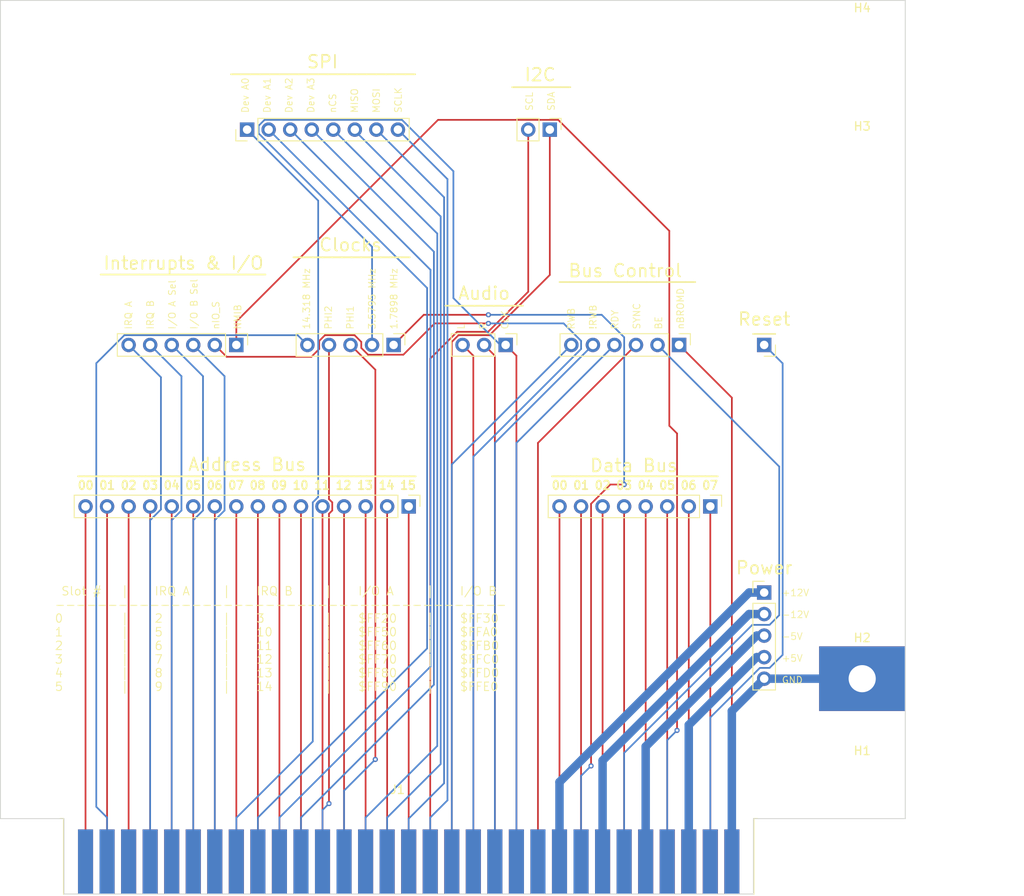
<source format=kicad_pcb>
(kicad_pcb (version 20240108) (generator "pcbnew") (generator_version "8.0")
  (layers (0 "F.Cu" signal) (31 "B.Cu" signal) (34 "B.Paste" user) (35 "F.Paste" user) (36 "B.SilkS" user "B.Silkscreen") (37 "F.SilkS" user "F.Silkscreen") (38 "B.Mask" user) (39 "F.Mask" user) (44 "Edge.Cuts" user))
  (net 0 "")
  (net 1 "Net-(J1-A02)")
  (net 2 "nBROMD")
  (net 3 "!RWB")
  (net 4 "nIO_SB")
  (net 5 "Net-(J1-I2C_SDA)")
  (net 6 "SYNC")
  (net 7 "Net-(J1-A06)")
  (net 8 "Net-(J1-SND_CL)")
  (net 9 "nIO_SA")
  (net 10 "Net-(J1-A05)")
  (net 11 "NMIB")
  (net 12 "Net-(J1-DB4)")
  (net 13 "Net-(J1-I2C_SCL)")
  (net 14 "Net-(J1-SPI_SCLK)")
  (net 15 "RWB")
  (net 16 "PHI2")
  (net 17 "RDY")
  (net 18 "Net-(J1-A12)")
  (net 19 "Net-(J1-A10)")
  (net 20 "-12V")
  (net 21 "SER_CLK")
  (net 22 "Net-(J1-DB2)")
  (net 23 "HS_CLK")
  (net 24 "Net-(J1-A01)")
  (net 25 "+12V")
  (net 26 "nIO_S")
  (net 27 "PHI1")
  (net 28 "Net-(J1-A07)")
  (net 29 "Net-(J1-A13)")
  (net 30 "AUDIO_CLK")
  (net 31 "Net-(J1-SPI_A0)")
  (net 32 "Net-(J1-A00)")
  (net 33 "Net-(J1-A08)")
  (net 34 "BE")
  (net 35 "Net-(J1-SPI_A3)")
  (net 36 "Net-(J1-~{nSPI_CS})")
  (net 37 "Net-(J1-SPI_A2)")
  (net 38 "Net-(J1-A09)")
  (net 39 "Net-(J1-SPI_MISO)")
  (net 40 "GND")
  (net 41 "Net-(J1-DB0)")
  (net 42 "Net-(J1-A03)")
  (net 43 "IRQB")
  (net 44 "Net-(J1-A14)")
  (net 45 "Net-(J1-DB6)")
  (net 46 "-5V")
  (net 47 "Net-(J1-DB1)")
  (net 48 "Net-(J1-DB7)")
  (net 49 "Net-(J1-SND_CR)")
  (net 50 "Net-(J1-A11)")
  (net 51 "Net-(J1-A15)")
  (net 52 "Net-(J1-DB3)")
  (net 53 "RESB")
  (net 54 "Net-(J1-SPI_A1)")
  (net 55 "+5V")
  (net 56 "Net-(J1-A04)")
  (net 57 "IRQA")
  (net 58 "Net-(J1-DB5)")
  (net 59 "Net-(J1-SPI_MOSI)")
  (footprint "Connector_PinHeader_2.54mm:PinHeader_1x06_P2.54mm_Vertical" (layer "F.Cu") (at 143.637 88.9 -90)
    (property "Reference" "J7" (hide yes))
    (property "Value" "Bus Control" (at -8.763 6.35 0) (layer "F.SilkS") (effects (font (size 1.5 1.5) (thickness 0.2))))
    (fp_line (start -1.33 14.03) (end 1.33 14.03) (stroke (width 0.12)) (layer "F.SilkS"))
    (fp_line (start -1.33 1.27) (end -1.33 14.03) (stroke (width 0.12)) (layer "F.SilkS"))
    (fp_line (start -1.33 1.27) (end 1.33 1.27) (stroke (width 0.12)) (layer "F.SilkS"))
    (fp_line (start 1.33 1.27) (end 1.33 14.03) (stroke (width 0.12)) (layer "F.SilkS"))
    (fp_line (start -1.33 0) (end -1.33 -1.33) (stroke (width 0.12)) (layer "F.SilkS"))
    (fp_line (start -1.33 -1.33) (end 0 -1.33) (stroke (width 0.12)) (layer "F.SilkS"))
    (pad "1" thru_hole rect (at 0 0 270) (size 1.7 1.7) (drill 1) (layers "*.Cu" "*.Mask") (net 2 "nBROMD"))
    (pad "2" thru_hole oval (at 0 2.54 270) (size 1.7 1.7) (drill 1) (layers "*.Cu" "*.Mask") (net 34 "BE"))
    (pad "3" thru_hole oval (at 0 5.08 270) (size 1.7 1.7) (drill 1) (layers "*.Cu" "*.Mask") (net 17 "RDY"))
    (pad "4" thru_hole oval (at 0 7.62 270) (size 1.7 1.7) (drill 1) (layers "*.Cu" "*.Mask") (net 15 "RWB"))
    (pad "5" thru_hole oval (at 0 10.16 270) (size 1.7 1.7) (drill 1) (layers "*.Cu" "*.Mask") (net 3 "!RWB"))
    (pad "6" thru_hole oval (at 0 12.7 270) (size 1.7 1.7) (drill 1) (layers "*.Cu" "*.Mask") (net 6 "SYNC"))
  )
  (footprint "Connector_PinHeader_2.54mm:PinHeader_1x08_P2.54mm_Vertical" (layer "F.Cu") (at 147.32 107.95 -90)
    (property "Reference" "J2" (hide yes))
    (property "Value" "Data Bus" (at -4.826 9.017 0) (layer "F.SilkS") (effects (font (size 1.5 1.5) (thickness 0.2))))
    (fp_line (start -1.33 19.11) (end 1.33 19.11) (stroke (width 0.12)) (layer "F.SilkS"))
    (fp_line (start -1.33 1.27) (end -1.33 19.11) (stroke (width 0.12)) (layer "F.SilkS"))
    (fp_line (start -1.33 1.27) (end 1.33 1.27) (stroke (width 0.12)) (layer "F.SilkS"))
    (fp_line (start 1.33 1.27) (end 1.33 19.11) (stroke (width 0.12)) (layer "F.SilkS"))
    (fp_line (start -1.33 0) (end -1.33 -1.33) (stroke (width 0.12)) (layer "F.SilkS"))
    (fp_line (start -1.33 -1.33) (end 0 -1.33) (stroke (width 0.12)) (layer "F.SilkS"))
    (pad "1" thru_hole rect (at 0 0 270) (size 1.7 1.7) (drill 1) (layers "*.Cu" "*.Mask") (net 48 "Net-(J1-DB7)"))
    (pad "2" thru_hole oval (at 0 2.54 270) (size 1.7 1.7) (drill 1) (layers "*.Cu" "*.Mask") (net 45 "Net-(J1-DB6)"))
    (pad "3" thru_hole oval (at 0 5.08 270) (size 1.7 1.7) (drill 1) (layers "*.Cu" "*.Mask") (net 58 "Net-(J1-DB5)"))
    (pad "4" thru_hole oval (at 0 7.62 270) (size 1.7 1.7) (drill 1) (layers "*.Cu" "*.Mask") (net 12 "Net-(J1-DB4)"))
    (pad "5" thru_hole oval (at 0 10.16 270) (size 1.7 1.7) (drill 1) (layers "*.Cu" "*.Mask") (net 52 "Net-(J1-DB3)"))
    (pad "6" thru_hole oval (at 0 12.7 270) (size 1.7 1.7) (drill 1) (layers "*.Cu" "*.Mask") (net 22 "Net-(J1-DB2)"))
    (pad "7" thru_hole oval (at 0 15.24 270) (size 1.7 1.7) (drill 1) (layers "*.Cu" "*.Mask") (net 47 "Net-(J1-DB1)"))
    (pad "8" thru_hole oval (at 0 17.78 270) (size 1.7 1.7) (drill 1) (layers "*.Cu" "*.Mask") (net 41 "Net-(J1-DB0)"))
  )
  (footprint "MountingHole:MountingHole_3.2mm_M3_ISO7380_Pad_TopBottom" (layer "F.Cu") (at 165.227 128.27)
    (property "Reference" "H2" (at 0 -4.826 0) (layer "F.SilkS"))
    (property "Value" "MountingHole_3.2mm_M3_ISO7380_Pad_TopBottom")
    (pad "1" thru_hole circle (at 0 0) (size 3.6 3.6) (drill 3.2) (layers "*.Cu" "*.Mask") (net 40 "GND"))
    (pad "1" connect rect (at 0 0) (size 10.16 7.62) (layers "F.Cu" "F.Mask") (net 40 "GND"))
    (pad "1" connect rect (at 0 0) (size 10.16 7.62) (layers "B.Cu" "B.Mask") (net 40 "GND"))
  )
  (footprint "Connector_PinHeader_2.54mm:PinHeader_1x05_P2.54mm_Vertical" (layer "F.Cu") (at 109.982 88.9 -90)
    (property "Reference" "J6" (hide yes))
    (property "Value" "Clocks" (at -11.811 5.08 0) (layer "F.SilkS") (effects (font (size 1.5 1.5) (thickness 0.2))))
    (fp_line (start -1.33 11.49) (end 1.33 11.49) (stroke (width 0.12)) (layer "F.SilkS"))
    (fp_line (start -1.33 1.27) (end -1.33 11.49) (stroke (width 0.12)) (layer "F.SilkS"))
    (fp_line (start -1.33 1.27) (end 1.33 1.27) (stroke (width 0.12)) (layer "F.SilkS"))
    (fp_line (start 1.33 1.27) (end 1.33 11.49) (stroke (width 0.12)) (layer "F.SilkS"))
    (fp_line (start -1.33 0) (end -1.33 -1.33) (stroke (width 0.12)) (layer "F.SilkS"))
    (fp_line (start -1.33 -1.33) (end 0 -1.33) (stroke (width 0.12)) (layer "F.SilkS"))
    (pad "1" thru_hole rect (at 0 0 270) (size 1.7 1.7) (drill 1) (layers "*.Cu" "*.Mask") (net 21 "SER_CLK"))
    (pad "2" thru_hole oval (at 0 2.54 270) (size 1.7 1.7) (drill 1) (layers "*.Cu" "*.Mask") (net 30 "AUDIO_CLK"))
    (pad "3" thru_hole oval (at 0 5.08 270) (size 1.7 1.7) (drill 1) (layers "*.Cu" "*.Mask") (net 27 "PHI1"))
    (pad "4" thru_hole oval (at 0 7.62 270) (size 1.7 1.7) (drill 1) (layers "*.Cu" "*.Mask") (net 16 "PHI2"))
    (pad "5" thru_hole oval (at 0 10.16 270) (size 1.7 1.7) (drill 1) (layers "*.Cu" "*.Mask") (net 23 "HS_CLK"))
  )
  (footprint "MountingHole:MountingHole_3.2mm_M3" (layer "F.Cu") (at 165.227 53.34)
    (property "Reference" "H4" (at 0 -4.2 0) (layer "F.SilkS"))
    (property "Value" "MountingHole_3.2mm_M3")
    (pad "" np_thru_hole circle (at 0 0) (size 3.2 3.2) (drill 3.2) (layers "*.Cu" "*.Mask"))
  )
  (footprint "Connector_PinHeader_2.54mm:PinHeader_1x06_P2.54mm_Vertical" (layer "F.Cu") (at 91.44 88.9 -90)
    (property "Reference" "J5" (hide yes))
    (property "Value" "Interrupts & I/O" (at -9.652 6.223 0) (layer "F.SilkS") (effects (font (size 1.5 1.5) (thickness 0.2))))
    (fp_line (start -1.33 14.03) (end 1.33 14.03) (stroke (width 0.12)) (layer "F.SilkS"))
    (fp_line (start -1.33 1.27) (end -1.33 14.03) (stroke (width 0.12)) (layer "F.SilkS"))
    (fp_line (start -1.33 1.27) (end 1.33 1.27) (stroke (width 0.12)) (layer "F.SilkS"))
    (fp_line (start 1.33 1.27) (end 1.33 14.03) (stroke (width 0.12)) (layer "F.SilkS"))
    (fp_line (start -1.33 0) (end -1.33 -1.33) (stroke (width 0.12)) (layer "F.SilkS"))
    (fp_line (start -1.33 -1.33) (end 0 -1.33) (stroke (width 0.12)) (layer "F.SilkS"))
    (pad "1" thru_hole rect (at 0 0 270) (size 1.7 1.7) (drill 1) (layers "*.Cu" "*.Mask") (net 11 "NMIB"))
    (pad "2" thru_hole oval (at 0 2.54 270) (size 1.7 1.7) (drill 1) (layers "*.Cu" "*.Mask") (net 26 "nIO_S"))
    (pad "3" thru_hole oval (at 0 5.08 270) (size 1.7 1.7) (drill 1) (layers "*.Cu" "*.Mask") (net 4 "nIO_SB"))
    (pad "4" thru_hole oval (at 0 7.62 270) (size 1.7 1.7) (drill 1) (layers "*.Cu" "*.Mask") (net 9 "nIO_SA"))
    (pad "5" thru_hole oval (at 0 10.16 270) (size 1.7 1.7) (drill 1) (layers "*.Cu" "*.Mask") (net 43 "IRQB"))
    (pad "6" thru_hole oval (at 0 12.7 270) (size 1.7 1.7) (drill 1) (layers "*.Cu" "*.Mask") (net 57 "IRQA"))
  )
  (footprint "Connector_PinHeader_2.54mm:PinHeader_1x01_P2.54mm_Vertical" (layer "F.Cu") (at 153.67 88.9 180)
    (property "Reference" "J8" (hide yes))
    (property "Value" "Reset" (at 0 3.048 0) (layer "F.SilkS") (effects (font (size 1.5 1.5) (thickness 0.2))))
    (fp_line (start 1.33 1.27) (end 1.33 1.33) (stroke (width 0.12)) (layer "F.SilkS"))
    (fp_line (start -1.33 1.33) (end 1.33 1.33) (stroke (width 0.12)) (layer "F.SilkS"))
    (fp_line (start -1.33 1.27) (end 1.33 1.27) (stroke (width 0.12)) (layer "F.SilkS"))
    (fp_line (start -1.33 1.27) (end -1.33 1.33) (stroke (width 0.12)) (layer "F.SilkS"))
    (fp_line (start -1.33 0) (end -1.33 -1.33) (stroke (width 0.12)) (layer "F.SilkS"))
    (fp_line (start -1.33 -1.33) (end 0 -1.33) (stroke (width 0.12)) (layer "F.SilkS"))
    (pad "1" thru_hole rect (at 0 0 180) (size 1.7 1.7) (drill 1) (layers "*.Cu" "*.Mask") (net 53 "RESB"))
  )
  (footprint "Connector_PinHeader_2.54mm:PinHeader_1x03_P2.54mm_Vertical" (layer "F.Cu") (at 123.19 88.9 -90)
    (property "Reference" "J9" (hide yes))
    (property "Value" "Audio" (at -6.096 2.54 0) (layer "F.SilkS") (effects (font (size 1.5 1.5) (thickness 0.2))))
    (fp_line (start -1.33 6.41) (end 1.33 6.41) (stroke (width 0.12)) (layer "F.SilkS"))
    (fp_line (start -1.33 1.27) (end -1.33 6.41) (stroke (width 0.12)) (layer "F.SilkS"))
    (fp_line (start -1.33 1.27) (end 1.33 1.27) (stroke (width 0.12)) (layer "F.SilkS"))
    (fp_line (start 1.33 1.27) (end 1.33 6.41) (stroke (width 0.12)) (layer "F.SilkS"))
    (fp_line (start -1.33 0) (end -1.33 -1.33) (stroke (width 0.12)) (layer "F.SilkS"))
    (fp_line (start -1.33 -1.33) (end 0 -1.33) (stroke (width 0.12)) (layer "F.SilkS"))
    (pad "1" thru_hole rect (at 0 0 270) (size 1.7 1.7) (drill 1) (layers "*.Cu" "*.Mask") (net 30 "AUDIO_CLK"))
    (pad "2" thru_hole oval (at 0 2.54 270) (size 1.7 1.7) (drill 1) (layers "*.Cu" "*.Mask") (net 49 "Net-(J1-SND_CR)"))
    (pad "3" thru_hole oval (at 0 5.08 270) (size 1.7 1.7) (drill 1) (layers "*.Cu" "*.Mask") (net 8 "Net-(J1-SND_CL)"))
  )
  (footprint "Connector_PinHeader_2.54mm:PinHeader_1x05_P2.54mm_Vertical" (layer "F.Cu") (at 153.67 118.11)
    (property "Reference" "J11" (hide yes))
    (property "Value" "Power" (at 0 -2.921 0) (layer "F.SilkS") (effects (font (size 1.5 1.5) (thickness 0.2))))
    (fp_line (start -1.33 -1.33) (end 0 -1.33) (stroke (width 0.12)) (layer "F.SilkS"))
    (fp_line (start -1.33 0) (end -1.33 -1.33) (stroke (width 0.12)) (layer "F.SilkS"))
    (fp_line (start -1.33 1.27) (end -1.33 11.49) (stroke (width 0.12)) (layer "F.SilkS"))
    (fp_line (start -1.33 1.27) (end 1.33 1.27) (stroke (width 0.12)) (layer "F.SilkS"))
    (fp_line (start -1.33 11.49) (end 1.33 11.49) (stroke (width 0.12)) (layer "F.SilkS"))
    (fp_line (start 1.33 1.27) (end 1.33 11.49) (stroke (width 0.12)) (layer "F.SilkS"))
    (pad "1" thru_hole rect (at 0 0) (size 1.7 1.7) (drill 1) (layers "*.Cu" "*.Mask") (net 25 "+12V"))
    (pad "2" thru_hole oval (at 0 2.54) (size 1.7 1.7) (drill 1) (layers "*.Cu" "*.Mask") (net 20 "-12V"))
    (pad "3" thru_hole oval (at 0 5.08) (size 1.7 1.7) (drill 1) (layers "*.Cu" "*.Mask") (net 46 "-5V"))
    (pad "4" thru_hole oval (at 0 7.62) (size 1.7 1.7) (drill 1) (layers "*.Cu" "*.Mask") (net 55 "+5V"))
    (pad "5" thru_hole oval (at 0 10.16) (size 1.7 1.7) (drill 1) (layers "*.Cu" "*.Mask") (net 40 "GND"))
  )
  (footprint "Connector_PinHeader_2.54mm:PinHeader_1x16_P2.54mm_Vertical" (layer "F.Cu") (at 111.76 107.95 -90)
    (property "Reference" "J3" (hide yes))
    (property "Value" "Address Bus" (at -4.953 19.05 0) (layer "F.SilkS") (effects (font (size 1.5 1.5) (thickness 0.2))))
    (fp_line (start -1.33 39.43) (end 1.33 39.43) (stroke (width 0.12)) (layer "F.SilkS"))
    (fp_line (start -1.33 1.27) (end -1.33 39.43) (stroke (width 0.12)) (layer "F.SilkS"))
    (fp_line (start -1.33 1.27) (end 1.33 1.27) (stroke (width 0.12)) (layer "F.SilkS"))
    (fp_line (start 1.33 1.27) (end 1.33 39.43) (stroke (width 0.12)) (layer "F.SilkS"))
    (fp_line (start -1.33 0) (end -1.33 -1.33) (stroke (width 0.12)) (layer "F.SilkS"))
    (fp_line (start -1.33 -1.33) (end 0 -1.33) (stroke (width 0.12)) (layer "F.SilkS"))
    (pad "1" thru_hole rect (at 0 0 270) (size 1.7 1.7) (drill 1) (layers "*.Cu" "*.Mask") (net 51 "Net-(J1-A15)"))
    (pad "2" thru_hole oval (at 0 2.54 270) (size 1.7 1.7) (drill 1) (layers "*.Cu" "*.Mask") (net 44 "Net-(J1-A14)"))
    (pad "3" thru_hole oval (at 0 5.08 270) (size 1.7 1.7) (drill 1) (layers "*.Cu" "*.Mask") (net 29 "Net-(J1-A13)"))
    (pad "4" thru_hole oval (at 0 7.62 270) (size 1.7 1.7) (drill 1) (layers "*.Cu" "*.Mask") (net 18 "Net-(J1-A12)"))
    (pad "5" thru_hole oval (at 0 10.16 270) (size 1.7 1.7) (drill 1) (layers "*.Cu" "*.Mask") (net 50 "Net-(J1-A11)"))
    (pad "6" thru_hole oval (at 0 12.7 270) (size 1.7 1.7) (drill 1) (layers "*.Cu" "*.Mask") (net 19 "Net-(J1-A10)"))
    (pad "7" thru_hole oval (at 0 15.24 270) (size 1.7 1.7) (drill 1) (layers "*.Cu" "*.Mask") (net 38 "Net-(J1-A09)"))
    (pad "8" thru_hole oval (at 0 17.78 270) (size 1.7 1.7) (drill 1) (layers "*.Cu" "*.Mask") (net 33 "Net-(J1-A08)"))
    (pad "9" thru_hole oval (at 0 20.32 270) (size 1.7 1.7) (drill 1) (layers "*.Cu" "*.Mask") (net 28 "Net-(J1-A07)"))
    (pad "10" thru_hole oval (at 0 22.86 270) (size 1.7 1.7) (drill 1) (layers "*.Cu" "*.Mask") (net 7 "Net-(J1-A06)"))
    (pad "11" thru_hole oval (at 0 25.4 270) (size 1.7 1.7) (drill 1) (layers "*.Cu" "*.Mask") (net 10 "Net-(J1-A05)"))
    (pad "12" thru_hole oval (at 0 27.94 270) (size 1.7 1.7) (drill 1) (layers "*.Cu" "*.Mask") (net 56 "Net-(J1-A04)"))
    (pad "13" thru_hole oval (at 0 30.48 270) (size 1.7 1.7) (drill 1) (layers "*.Cu" "*.Mask") (net 42 "Net-(J1-A03)"))
    (pad "14" thru_hole oval (at 0 33.02 270) (size 1.7 1.7) (drill 1) (layers "*.Cu" "*.Mask") (net 1 "Net-(J1-A02)"))
    (pad "15" thru_hole oval (at 0 35.56 270) (size 1.7 1.7) (drill 1) (layers "*.Cu" "*.Mask") (net 24 "Net-(J1-A01)"))
    (pad "16" thru_hole oval (at 0 38.1 270) (size 1.7 1.7) (drill 1) (layers "*.Cu" "*.Mask") (net 32 "Net-(J1-A00)"))
  )
  (footprint "MountingHole:MountingHole_3.2mm_M3" (layer "F.Cu") (at 165.227 67.31)
    (property "Reference" "H3" (at 0 -4.2 0) (layer "F.SilkS"))
    (property "Value" "MountingHole_3.2mm_M3")
    (pad "" np_thru_hole circle (at 0 0) (size 3.2 3.2) (drill 3.2) (layers "*.Cu" "*.Mask"))
  )
  (footprint "Connector_PCBEdge:BUS_Hydra_8Bit" (layer "F.Cu") (at 110.46 150.36)
    (property "Reference" "J1" (at 0 -9 0) (layer "F.SilkS"))
    (property "Value" "Bus_Hydra_8bit")
    (fp_line (start -39.394404 -5.60076) (end -39.794404 -5.60076) (stroke (width 0.12)) (layer "F.SilkS"))
    (fp_line (start -39.394404 3.34924) (end -39.394404 -5.60076) (stroke (width 0.12)) (layer "F.SilkS"))
    (fp_line (start 42 -5.6) (end 42.4 -5.6) (stroke (width 0.12)) (layer "F.SilkS"))
    (fp_line (start 42 3.35) (end 42 -5.6) (stroke (width 0.12)) (layer "F.SilkS"))
    (pad "1" connect rect (at 39.4 -0.5) (size 1.78 7.62) (layers "B.Cu" "B.Mask") (net 40 "GND"))
    (pad "2" connect rect (at 39.4 -0.5) (size 1.78 7.62) (layers "F.Cu" "F.Mask") (net 2 "nBROMD"))
    (pad "3" connect rect (at 36.86 -0.5) (size 1.78 7.62) (layers "B.Cu" "B.Mask") (net 53 "RESB"))
    (pad "4" connect rect (at 36.86 -0.5) (size 1.78 7.62) (layers "F.Cu" "F.Mask") (net 48 "Net-(J1-DB7)"))
    (pad "5" connect rect (at 34.32 -0.5) (size 1.78 7.62) (layers "B.Cu" "B.Mask") (net 55 "+5V"))
    (pad "6" connect rect (at 34.32 -0.5) (size 1.78 7.62) (layers "F.Cu" "F.Mask") (net 45 "Net-(J1-DB6)"))
    (pad "7" connect rect (at 31.78 -0.5) (size 1.78 7.62) (layers "B.Cu" "B.Mask") (net 11 "NMIB"))
    (pad "8" connect rect (at 31.78 -0.5) (size 1.78 7.62) (layers "F.Cu" "F.Mask") (net 58 "Net-(J1-DB5)"))
    (pad "9" connect rect (at 29.24 -0.5) (size 1.78 7.62) (layers "B.Cu" "B.Mask") (net 46 "-5V"))
    (pad "10" connect rect (at 29.24 -0.5) (size 1.78 7.62) (layers "F.Cu" "F.Mask") (net 12 "Net-(J1-DB4)"))
    (pad "11" connect rect (at 26.7 -0.5) (size 1.78 7.62) (layers "B.Cu" "B.Mask") (net 34 "BE"))
    (pad "12" connect rect (at 26.7 -0.5) (size 1.78 7.62) (layers "F.Cu" "F.Mask") (net 52 "Net-(J1-DB3)"))
    (pad "13" connect rect (at 24.16 -0.5) (size 1.78 7.62) (layers "B.Cu" "B.Mask") (net 20 "-12V"))
    (pad "14" connect rect (at 24.16 -0.5) (size 1.78 7.62) (layers "F.Cu" "F.Mask") (net 22 "Net-(J1-DB2)"))
    (pad "15" connect rect (at 21.62 -0.5) (size 1.78 7.62) (layers "B.Cu" "B.Mask") (net 21 "SER_CLK"))
    (pad "16" connect rect (at 21.62 -0.5) (size 1.78 7.62) (layers "F.Cu" "F.Mask") (net 47 "Net-(J1-DB1)"))
    (pad "17" connect rect (at 19.08 -0.5) (size 1.78 7.62) (layers "B.Cu" "B.Mask") (net 25 "+12V"))
    (pad "18" connect rect (at 19.08 -0.5) (size 1.78 7.62) (layers "F.Cu" "F.Mask") (net 41 "Net-(J1-DB0)"))
    (pad "19" connect rect (at 16.54 -0.5) (size 1.78 7.62) (layers "B.Cu" "B.Mask") (net 40 "GND"))
    (pad "20" connect rect (at 16.54 -0.5) (size 1.78 7.62) (layers "F.Cu" "F.Mask") (net 17 "RDY"))
    (pad "21" connect rect (at 14 -0.5) (size 1.78 7.62) (layers "B.Cu" "B.Mask") (net 15 "RWB"))
    (pad "22" connect rect (at 14 -0.5) (size 1.78 7.62) (layers "F.Cu" "F.Mask") (net 30 "AUDIO_CLK"))
    (pad "23" connect rect (at 11.46 -0.5) (size 1.78 7.62) (layers "B.Cu" "B.Mask") (net 3 "!RWB"))
    (pad "24" connect rect (at 11.46 -0.5) (size 1.78 7.62) (layers "F.Cu" "F.Mask") (net 49 "Net-(J1-SND_CR)"))
    (pad "25" connect rect (at 8.92 -0.5) (size 1.78 7.62) (layers "B.Cu" "B.Mask") (net 26 "nIO_S"))
    (pad "26" connect rect (at 8.92 -0.5) (size 1.78 7.62) (layers "F.Cu" "F.Mask") (net 8 "Net-(J1-SND_CL)"))
    (pad "27" connect rect (at 6.38 -0.5) (size 1.78 7.62) (layers "B.Cu" "B.Mask") (net 6 "SYNC"))
    (pad "28" connect rect (at 6.38 -0.5) (size 1.78 7.62) (layers "F.Cu" "F.Mask") (net 5 "Net-(J1-I2C_SDA)"))
    (pad "29" connect rect (at 3.84 -0.5) (size 1.78 7.62) (layers "B.Cu" "B.Mask") (net 14 "Net-(J1-SPI_SCLK)"))
    (pad "30" connect rect (at 3.84 -0.5) (size 1.78 7.62) (layers "F.Cu" "F.Mask") (net 13 "Net-(J1-I2C_SCL)"))
    (pad "31" connect rect (at 1.3 -0.5) (size 1.78 7.62) (layers "B.Cu" "B.Mask") (net 59 "Net-(J1-SPI_MOSI)"))
    (pad "32" connect rect (at 1.3 -0.5) (size 1.78 7.62) (layers "F.Cu" "F.Mask") (net 51 "Net-(J1-A15)"))
    (pad "33" connect rect (at -1.24 -0.5) (size 1.78 7.62) (layers "B.Cu" "B.Mask") (net 39 "Net-(J1-SPI_MISO)"))
    (pad "34" connect rect (at -1.24 -0.5) (size 1.78 7.62) (layers "F.Cu" "F.Mask") (net 44 "Net-(J1-A14)"))
    (pad "35" connect rect (at -3.78 -0.5) (size 1.78 7.62) (layers "B.Cu" "B.Mask") (net 36 "Net-(J1-~{nSPI_CS})"))
    (pad "36" connect rect (at -3.78 -0.5) (size 1.78 7.62) (layers "F.Cu" "F.Mask") (net 29 "Net-(J1-A13)"))
    (pad "37" connect rect (at -6.32 -0.5) (size 1.78 7.62) (layers "B.Cu" "B.Mask") (net 27 "PHI1"))
    (pad "38" connect rect (at -6.32 -0.5) (size 1.78 7.62) (layers "F.Cu" "F.Mask") (net 18 "Net-(J1-A12)"))
    (pad "39" connect rect (at -8.86 -0.5) (size 1.78 7.62) (layers "B.Cu" "B.Mask") (net 16 "PHI2"))
    (pad "40" connect rect (at -8.86 -0.5) (size 1.78 7.62) (layers "F.Cu" "F.Mask") (net 50 "Net-(J1-A11)"))
    (pad "41" connect rect (at -11.4 -0.5) (size 1.78 7.62) (layers "B.Cu" "B.Mask") (net 35 "Net-(J1-SPI_A3)"))
    (pad "42" connect rect (at -11.4 -0.5) (size 1.78 7.62) (layers "F.Cu" "F.Mask") (net 19 "Net-(J1-A10)"))
    (pad "43" connect rect (at -13.94 -0.5) (size 1.78 7.62) (layers "B.Cu" "B.Mask") (net 37 "Net-(J1-SPI_A2)"))
    (pad "44" connect rect (at -13.94 -0.5) (size 1.78 7.62) (layers "F.Cu" "F.Mask") (net 38 "Net-(J1-A09)"))
    (pad "45" connect rect (at -16.48 -0.5) (size 1.78 7.62) (layers "B.Cu" "B.Mask") (net 54 "Net-(J1-SPI_A1)"))
    (pad "46" connect rect (at -16.48 -0.5) (size 1.78 7.62) (layers "F.Cu" "F.Mask") (net 33 "Net-(J1-A08)"))
    (pad "47" connect rect (at -19.02 -0.5) (size 1.78 7.62) (layers "B.Cu" "B.Mask") (net 31 "Net-(J1-SPI_A0)"))
    (pad "48" connect rect (at -19.02 -0.5) (size 1.78 7.62) (layers "F.Cu" "F.Mask") (net 28 "Net-(J1-A07)"))
    (pad "49" connect rect (at -21.56 -0.5) (size 1.78 7.62) (layers "B.Cu" "B.Mask") (net 4 "nIO_SB"))
    (pad "50" connect rect (at -21.56 -0.5) (size 1.78 7.62) (layers "F.Cu" "F.Mask") (net 7 "Net-(J1-A06)"))
    (pad "51" connect rect (at -24.1 -0.5) (size 1.78 7.62) (layers "B.Cu" "B.Mask") (net 9 "nIO_SA"))
    (pad "52" connect rect (at -24.1 -0.5) (size 1.78 7.62) (layers "F.Cu" "F.Mask") (net 10 "Net-(J1-A05)"))
    (pad "53" connect rect (at -26.64 -0.5) (size 1.78 7.62) (layers "B.Cu" "B.Mask") (net 43 "IRQB"))
    (pad "54" connect rect (at -26.64 -0.5) (size 1.78 7.62) (layers "F.Cu" "F.Mask") (net 56 "Net-(J1-A04)"))
    (pad "55" connect rect (at -29.18 -0.5) (size 1.78 7.62) (layers "B.Cu" "B.Mask") (net 57 "IRQA"))
    (pad "56" connect rect (at -29.18 -0.5) (size 1.78 7.62) (layers "F.Cu" "F.Mask") (net 42 "Net-(J1-A03)"))
    (pad "57" connect rect (at -31.72 -0.5) (size 1.78 7.62) (layers "B.Cu" "B.Mask") (net 55 "+5V"))
    (pad "58" connect rect (at -31.72 -0.5) (size 1.78 7.62) (layers "F.Cu" "F.Mask") (net 1 "Net-(J1-A02)"))
    (pad "59" connect rect (at -34.26 -0.5) (size 1.78 7.62) (layers "B.Cu" "B.Mask") (net 23 "HS_CLK"))
    (pad "60" connect rect (at -34.26 -0.5) (size 1.78 7.62) (layers "F.Cu" "F.Mask") (net 24 "Net-(J1-A01)"))
    (pad "61" connect rect (at -36.8 -0.5) (size 1.78 7.62) (layers "B.Cu" "B.Mask") (net 40 "GND"))
    (pad "62" connect rect (at -36.8 -0.5) (size 1.78 7.62) (layers "F.Cu" "F.Mask") (net 32 "Net-(J1-A00)"))
  )
  (footprint "MountingHole:MountingHole_3.2mm_M3" (layer "F.Cu") (at 165.227 140.97)
    (property "Reference" "H1" (at 0 -4.2 0) (layer "F.SilkS"))
    (property "Value" "MountingHole_3.2mm_M3")
    (pad "" np_thru_hole circle (at 0 0) (size 3.2 3.2) (drill 3.2) (layers "*.Cu" "*.Mask"))
  )
  (footprint "Connector_PinHeader_2.54mm:PinHeader_1x08_P2.54mm_Vertical" (layer "F.Cu") (at 92.71 63.5 90)
    (property "Reference" "J4" (hide yes))
    (property "Value" "SPI" (at 8.001 8.89 0) (layer "F.SilkS") (effects (font (size 1.5 1.5) (thickness 0.2))))
    (fp_line (start -1.33 -1.33) (end 0 -1.33) (stroke (width 0.12)) (layer "F.SilkS"))
    (fp_line (start -1.33 0) (end -1.33 -1.33) (stroke (width 0.12)) (layer "F.SilkS"))
    (fp_line (start 1.33 1.27) (end 1.33 19.11) (stroke (width 0.12)) (layer "F.SilkS"))
    (fp_line (start -1.33 1.27) (end 1.33 1.27) (stroke (width 0.12)) (layer "F.SilkS"))
    (fp_line (start -1.33 1.27) (end -1.33 19.11) (stroke (width 0.12)) (layer "F.SilkS"))
    (fp_line (start -1.33 19.11) (end 1.33 19.11) (stroke (width 0.12)) (layer "F.SilkS"))
    (pad "1" thru_hole rect (at 0 0 90) (size 1.7 1.7) (drill 1) (layers "*.Cu" "*.Mask") (net 31 "Net-(J1-SPI_A0)"))
    (pad "2" thru_hole oval (at 0 2.54 90) (size 1.7 1.7) (drill 1) (layers "*.Cu" "*.Mask") (net 54 "Net-(J1-SPI_A1)"))
    (pad "3" thru_hole oval (at 0 5.08 90) (size 1.7 1.7) (drill 1) (layers "*.Cu" "*.Mask") (net 37 "Net-(J1-SPI_A2)"))
    (pad "4" thru_hole oval (at 0 7.62 90) (size 1.7 1.7) (drill 1) (layers "*.Cu" "*.Mask") (net 35 "Net-(J1-SPI_A3)"))
    (pad "5" thru_hole oval (at 0 10.16 90) (size 1.7 1.7) (drill 1) (layers "*.Cu" "*.Mask") (net 36 "Net-(J1-~{nSPI_CS})"))
    (pad "6" thru_hole oval (at 0 12.7 90) (size 1.7 1.7) (drill 1) (layers "*.Cu" "*.Mask") (net 39 "Net-(J1-SPI_MISO)"))
    (pad "7" thru_hole oval (at 0 15.24 90) (size 1.7 1.7) (drill 1) (layers "*.Cu" "*.Mask") (net 59 "Net-(J1-SPI_MOSI)"))
    (pad "8" thru_hole oval (at 0 17.78 90) (size 1.7 1.7) (drill 1) (layers "*.Cu" "*.Mask") (net 14 "Net-(J1-SPI_SCLK)"))
  )
  (footprint "Connector_PinHeader_2.54mm:PinHeader_1x02_P2.54mm_Vertical" (layer "F.Cu") (at 128.397 63.5 -90)
    (property "Reference" "J10" (hide yes))
    (property "Value" "I2C" (at -6.477 1.143 0) (layer "F.SilkS") (effects (font (size 1.5 1.5) (thickness 0.2))))
    (fp_line (start -1.33 3.87) (end 1.33 3.87) (stroke (width 0.12)) (layer "F.SilkS"))
    (fp_line (start -1.33 1.27) (end -1.33 3.87) (stroke (width 0.12)) (layer "F.SilkS"))
    (fp_line (start -1.33 1.27) (end 1.33 1.27) (stroke (width 0.12)) (layer "F.SilkS"))
    (fp_line (start 1.33 1.27) (end 1.33 3.87) (stroke (width 0.12)) (layer "F.SilkS"))
    (fp_line (start -1.33 0) (end -1.33 -1.33) (stroke (width 0.12)) (layer "F.SilkS"))
    (fp_line (start -1.33 -1.33) (end 0 -1.33) (stroke (width 0.12)) (layer "F.SilkS"))
    (pad "1" thru_hole rect (at 0 0 270) (size 1.7 1.7) (drill 1) (layers "*.Cu" "*.Mask") (net 5 "Net-(J1-I2C_SDA)"))
    (pad "2" thru_hole oval (at 0 2.54 270) (size 1.7 1.7) (drill 1) (layers "*.Cu" "*.Mask") (net 13 "Net-(J1-I2C_SCL)"))
  )
  (gr_line (start 63.627 48.26) (end 63.627 144.78) (stroke (width 0.1)) (layer "Edge.Cuts"))
  (gr_line (start 152.4 153.67) (end 71.12 153.67) (stroke (width 0.1)) (layer "Edge.Cuts"))
  (gr_line (start 152.4 144.78) (end 170.307 144.78) (stroke (width 0.1)) (layer "Edge.Cuts"))
  (gr_line (start 170.307 144.78) (end 170.307 48.26) (stroke (width 0.1)) (layer "Edge.Cuts"))
  (gr_line (start 152.4 153.67) (end 152.4 144.78) (stroke (width 0.1)) (layer "Edge.Cuts"))
  (gr_line (start 71.12 153.67) (end 71.12 144.78) (stroke (width 0.1)) (layer "Edge.Cuts"))
  (gr_line (start 170.307 48.26) (end 63.627 48.26) (stroke (width 0.1)) (layer "Edge.Cuts"))
  (gr_line (start 63.627 144.78) (end 71.12 144.78) (stroke (width 0.1)) (layer "Edge.Cuts"))
  (gr_text "_________________" (at 75.311 80.645 0) (layer "F.SilkS") (effects (font (size 1.5 1.5) (thickness 0.2)) (justify left bottom)))
  (gr_text "L\n\nR\n\nCLK" (at 123.571 87.122 90) (layer "F.SilkS") (effects (font (size 0.8 0.8) (thickness 0.1)) (justify left bottom)))
  (gr_text "______________" (at 129.413 81.534 0) (layer "F.SilkS") (effects (font (size 1.5 1.5) (thickness 0.2)) (justify left bottom)))
  (gr_text "___________________________\n00 01 02 03 04 05 06 07" (at 128.524 106.045 0) (layer "F.SilkS") (effects (font (size 1 0.95) (thickness 0.2) (bold yes)) (justify left bottom)))
  (gr_text "______" (at 123.825 58.547 0) (layer "F.SilkS") (effects (font (size 1.5 1.5) (thickness 0.2)) (justify left bottom)))
  (gr_text "IRQ A\n\nIRQ B\n\nI/O A Sel\n\nI/O B Sel\n\nnIO_S\n\nNMIB" (at 92.075 87.122 90) (layer "F.SilkS") (effects (font (size 0.8 0.8) (thickness 0.1)) (justify left bottom)))
  (gr_text "RWB\n\n!RWB\n\nRDY\n\nSYNC\n\nBE\n\nnBROMD" (at 144.272 87.122 90) (layer "F.SilkS") (effects (font (size 0.8 0.8) (thickness 0.1)) (justify left bottom)))
  (gr_text "________" (at 115.951 84.328 0) (layer "F.SilkS") (effects (font (size 1.5 1.5) (thickness 0.2)) (justify left bottom)))
  (gr_text "_______________________________________________________\n00 01 02 03 04 05 06 07 08 09 10 11 12 13 14 15" (at 72.644 106.045 0) (layer "F.SilkS") (effects (font (size 1 0.95) (thickness 0.2) (bold yes)) (justify left bottom)))
  (gr_text " Slot #	|	IRQ A	|	IRQ B	|	I/O A	|	I/O B\n-------------------------------------------\n0		|	2		|	3		|	$FF20	|	$FF30\n1		|	5		|	10		|	$FF50	|	$FFA0\n2		|	6		|	11		|	$FF60	|	$FFB0\n3		|	7		|	12		|	$FF70	|	$FFC0\n4		|	8		|	13		|	$FF80	|	$FFD0\n5		|	9		|	14		|	$FF90	|	$FFE0" (at 69.977 129.794 0) (layer "F.SilkS") (effects (font (size 1 1) (thickness 0.11)) (justify left bottom)))
  (gr_text "14.318 MHz\n\nPHI2\n\nPHI1\n\n3.5795 MHz\n\n1.7898 MHz" (at 110.49 87.122 90) (layer "F.SilkS") (effects (font (size 0.8 0.8) (thickness 0.1)) (justify left bottom)))
  (gr_text "+12V\n\n-12V\n\n-5V\n\n+5V\n\nGND" (at 155.702 128.905 0) (layer "F.SilkS") (effects (font (size 0.8 0.8) (thickness 0.1)) (justify left bottom)))
  (gr_text "___________________" (at 90.678 57.023 0) (layer "F.SilkS") (effects (font (size 1.5 1.5) (thickness 0.2)) (justify left bottom)))
  (gr_text "SCL\n\nSDA" (at 129.032 61.341 90) (layer "F.SilkS") (effects (font (size 0.8 0.8) (thickness 0.1)) (justify left bottom)))
  (gr_text "Dev A0\n\nDev A1\n\nDev A2\n\nDev A3\n\nnCS\n\nMISO\n\nMOSI\n\nSCLK" (at 110.998 61.595 90) (layer "F.SilkS") (effects (font (size 0.8 0.8) (thickness 0.1)) (justify left bottom)))
  (gr_text "____________" (at 98.044 78.613 0) (layer "F.SilkS") (effects (font (size 1.5 1.5) (thickness 0.2)) (justify left bottom)))
  (segment (start 78.74 107.95) (end 78.74 149.86) (width 0.2) (layer "F.Cu") (net 1))
  (segment (start 149.86 95.123) (end 143.637 88.9) (width 0.2) (layer "F.Cu") (net 2))
  (segment (start 149.86 149.86) (end 149.86 95.123) (width 0.2) (layer "F.Cu") (net 2))
  (segment (start 121.92 100.457) (end 121.92 149.86) (width 0.2) (layer "B.Cu") (net 3))
  (segment (start 133.477 88.9) (end 121.92 100.457) (width 0.2) (layer "B.Cu") (net 3))
  (segment (start 86.36 88.9) (end 90.05 92.59) (width 0.2) (layer "B.Cu") (net 4))
  (segment (start 88.9 109.576) (end 88.9 149.86) (width 0.2) (layer "B.Cu") (net 4))
  (segment (start 90.05 92.59) (end 90.05 108.426) (width 0.2) (layer "B.Cu") (net 4))
  (segment (start 90.05 108.426) (end 88.9 109.576) (width 0.2) (layer "B.Cu") (net 4))
  (segment (start 116.84 149.86) (end 116.84 88.543654) (width 0.2) (layer "F.Cu") (net 5))
  (segment (start 128.397 80.645) (end 128.397 63.5) (width 0.2) (layer "F.Cu") (net 5))
  (segment (start 116.84 88.543654) (end 117.633654 87.75) (width 0.2) (layer "F.Cu") (net 5))
  (segment (start 121.292 87.75) (end 128.397 80.645) (width 0.2) (layer "F.Cu") (net 5))
  (segment (start 117.633654 87.75) (end 121.292 87.75) (width 0.2) (layer "F.Cu") (net 5))
  (segment (start 130.937 88.9) (end 116.84 102.997) (width 0.2) (layer "B.Cu") (net 6))
  (segment (start 116.84 102.997) (end 116.84 149.86) (width 0.2) (layer "B.Cu") (net 6))
  (segment (start 88.9 107.95) (end 88.9 149.86) (width 0.2) (layer "F.Cu") (net 7))
  (segment (start 119.38 90.17) (end 118.11 88.9) (width 0.2) (layer "F.Cu") (net 8))
  (segment (start 119.38 149.86) (end 119.38 90.17) (width 0.2) (layer "F.Cu") (net 8))
  (segment (start 86.36 149.86) (end 86.36 109.576) (width 0.2) (layer "B.Cu") (net 9))
  (segment (start 87.51 108.426) (end 87.51 92.59) (width 0.2) (layer "B.Cu") (net 9))
  (segment (start 87.51 92.59) (end 83.82 88.9) (width 0.2) (layer "B.Cu") (net 9))
  (segment (start 86.36 109.576) (end 87.51 108.426) (width 0.2) (layer "B.Cu") (net 9))
  (segment (start 86.36 107.95) (end 86.36 149.86) (width 0.2) (layer "F.Cu") (net 10))
  (segment (start 142.4866 75.4469) (end 129.3896 62.3499) (width 0.2) (layer "F.Cu") (net 11))
  (segment (start 129.3896 62.3499) (end 115.2209 62.3499) (width 0.2) (layer "F.Cu") (net 11))
  (segment (start 142.4866 98.4315) (end 142.4866 75.4469) (width 0.2) (layer "F.Cu") (net 11))
  (segment (start 115.2209 62.3499) (end 91.44 86.1308) (width 0.2) (layer "F.Cu") (net 11))
  (segment (start 91.44 86.1308) (end 91.44 88.9) (width 0.2) (layer "F.Cu") (net 11))
  (segment (start 143.3988 134.366) (end 143.3988 99.3437) (width 0.2) (layer "F.Cu") (net 11))
  (segment (start 143.3988 99.3437) (end 142.4866 98.4315) (width 0.2) (layer "F.Cu") (net 11))
  (via (at 143.3988 134.366) (size 0.6) (drill 0.3) (layers "F.Cu" "B.Cu") (net 11))
  (segment (start 143.3988 134.366) (end 142.24 135.5248) (width 0.2) (layer "B.Cu") (net 11))
  (segment (start 142.24 135.5248) (end 142.24 149.86) (width 0.2) (layer "B.Cu") (net 11))
  (segment (start 139.7 107.95) (end 139.7 149.86) (width 0.2) (layer "F.Cu") (net 12))
  (segment (start 117.467968 87.35) (end 121.126314 87.35) (width 0.2) (layer "F.Cu") (net 13))
  (segment (start 114.3 149.86) (end 114.3 90.517968) (width 0.2) (layer "F.Cu") (net 13))
  (segment (start 114.3 90.517968) (end 117.467968 87.35) (width 0.2) (layer "F.Cu") (net 13))
  (segment (start 121.126314 87.35) (end 125.857 82.619314) (width 0.2) (layer "F.Cu") (net 13))
  (segment (start 125.857 82.619314) (end 125.857 63.5) (width 0.2) (layer "F.Cu") (net 13))
  (segment (start 116.332 69.342) (end 116.332 142.621) (width 0.2) (layer "B.Cu") (net 14))
  (segment (start 110.49 63.5) (end 116.332 69.342) (width 0.2) (layer "B.Cu") (net 14))
  (segment (start 114.3 144.653) (end 114.3 149.86) (width 0.2) (layer "B.Cu") (net 14))
  (segment (start 116.332 142.621) (end 114.3 144.653) (width 0.2) (layer "B.Cu") (net 14))
  (segment (start 124.46 100.457) (end 124.46 149.86) (width 0.2) (layer "B.Cu") (net 15))
  (segment (start 136.017 88.9) (end 124.46 100.457) (width 0.2) (layer "B.Cu") (net 15))
  (segment (start 102.362 107.085654) (end 102.362 88.9) (width 0.2) (layer "F.Cu") (net 16))
  (segment (start 102.362 143.002) (end 102.362 108.814346) (width 0.2) (layer "F.Cu") (net 16))
  (segment (start 102.75 108.426346) (end 102.75 107.473654) (width 0.2) (layer "F.Cu") (net 16))
  (segment (start 102.75 107.473654) (end 102.362 107.085654) (width 0.2) (layer "F.Cu") (net 16))
  (segment (start 102.362 108.814346) (end 102.75 108.426346) (width 0.2) (layer "F.Cu") (net 16))
  (via (at 102.362 143.002) (size 0.6) (drill 0.3) (layers "F.Cu" "B.Cu") (net 16))
  (segment (start 101.6 143.764) (end 101.6 149.86) (width 0.2) (layer "B.Cu") (net 16))
  (segment (start 102.362 143.002) (end 101.6 143.764) (width 0.2) (layer "B.Cu") (net 16))
  (segment (start 127 149.86) (end 127 100.457) (width 0.2) (layer "F.Cu") (net 17))
  (segment (start 127 100.457) (end 138.557 88.9) (width 0.2) (layer "F.Cu") (net 17))
  (segment (start 104.14 107.95) (end 104.14 149.86) (width 0.2) (layer "F.Cu") (net 18))
  (segment (start 99.06 107.95) (end 99.06 149.86) (width 0.2) (layer "F.Cu") (net 19))
  (segment (start 151.892 120.65) (end 134.62 137.922) (width 1) (layer "B.Cu") (net 20))
  (segment (start 134.62 137.922) (end 134.62 149.86) (width 1) (layer "B.Cu") (net 20))
  (segment (start 153.67 120.65) (end 151.892 120.65) (width 1) (layer "B.Cu") (net 20))
  (segment (start 121.158 85.344) (end 113.538 85.344) (width 0.2) (layer "F.Cu") (net 21))
  (segment (start 133.2604 107.6384) (end 135.5349 105.3639) (width 0.2) (layer "F.Cu") (net 21))
  (segment (start 113.538 85.344) (end 109.982 88.9) (width 0.2) (layer "F.Cu") (net 21))
  (segment (start 135.5349 105.3639) (end 137.1671 105.3639) (width 0.2) (layer "F.Cu") (net 21))
  (segment (start 133.2604 138.557) (end 133.2604 107.6384) (width 0.2) (layer "F.Cu") (net 21))
  (via (at 137.1671 105.3639) (size 0.6) (drill 0.3) (layers "F.Cu" "B.Cu") (net 21))
  (via (at 121.158 85.344) (size 0.6) (drill 0.3) (layers "F.Cu" "B.Cu") (net 21))
  (via (at 133.2604 138.557) (size 0.6) (drill 0.3) (layers "F.Cu" "B.Cu") (net 21))
  (segment (start 132.08 139.7374) (end 132.08 149.86) (width 0.2) (layer "B.Cu") (net 21))
  (segment (start 134.5154 85.344) (end 137.1671 87.9957) (width 0.2) (layer "B.Cu") (net 21))
  (segment (start 133.2604 138.557) (end 132.08 139.7374) (width 0.2) (layer "B.Cu") (net 21))
  (segment (start 137.1671 87.9957) (end 137.1671 105.3639) (width 0.2) (layer "B.Cu") (net 21))
  (segment (start 121.158 85.344) (end 134.5154 85.344) (width 0.2) (layer "B.Cu") (net 21))
  (segment (start 134.62 107.95) (end 134.62 149.86) (width 0.2) (layer "F.Cu") (net 22))
  (segment (start 76.2 144.653) (end 76.2 149.86) (width 0.2) (layer "B.Cu") (net 23))
  (segment (start 74.93 91.059) (end 74.93 143.383) (width 0.2) (layer "B.Cu") (net 23))
  (segment (start 74.93 143.383) (end 76.2 144.653) (width 0.2) (layer "B.Cu") (net 23))
  (segment (start 98.672 87.75) (end 78.239 87.75) (width 0.2) (layer "B.Cu") (net 23))
  (segment (start 99.822 88.9) (end 98.672 87.75) (width 0.2) (layer "B.Cu") (net 23))
  (segment (start 78.239 87.75) (end 74.93 91.059) (width 0.2) (layer "B.Cu") (net 23))
  (segment (start 76.2 107.95) (end 76.2 149.86) (width 0.2) (layer "F.Cu") (net 24))
  (segment (start 151.892 118.11) (end 129.54 140.462) (width 1) (layer "B.Cu") (net 25))
  (segment (start 129.54 140.462) (end 129.54 149.86) (width 1) (layer "B.Cu") (net 25))
  (segment (start 153.67 118.11) (end 151.892 118.11) (width 1) (layer "B.Cu") (net 25))
  (segment (start 121.158 86.36) (end 114.822 86.36) (width 0.2) (layer "F.Cu") (net 26))
  (segment (start 105.378346 87.75) (end 101.885654 87.75) (width 0.2) (layer "F.Cu") (net 26))
  (segment (start 114.822 86.36) (end 111.132 90.05) (width 0.2) (layer "F.Cu") (net 26))
  (segment (start 106.172 89.256346) (end 106.172 88.543654) (width 0.2) (layer "F.Cu") (net 26))
  (segment (start 90.297 90.297) (end 88.9 88.9) (width 0.2) (layer "F.Cu") (net 26))
  (segment (start 100.291346 90.297) (end 90.297 90.297) (width 0.2) (layer "F.Cu") (net 26))
  (segment (start 101.885654 87.75) (end 101.212 88.423654) (width 0.2) (layer "F.Cu") (net 26))
  (segment (start 101.212 89.376346) (end 100.291346 90.297) (width 0.2) (layer "F.Cu") (net 26))
  (segment (start 101.212 88.423654) (end 101.212 89.376346) (width 0.2) (layer "F.Cu") (net 26))
  (segment (start 106.172 88.543654) (end 105.378346 87.75) (width 0.2) (layer "F.Cu") (net 26))
  (segment (start 106.965654 90.05) (end 106.172 89.256346) (width 0.2) (layer "F.Cu") (net 26))
  (segment (start 111.132 90.05) (end 106.965654 90.05) (width 0.2) (layer "F.Cu") (net 26))
  (via (at 121.158 86.36) (size 0.6) (drill 0.3) (layers "F.Cu" "B.Cu") (net 26))
  (segment (start 132.087 89.376346) (end 119.38 102.083346) (width 0.2) (layer "B.Cu") (net 26))
  (segment (start 121.158 86.36) (end 130.023346 86.36) (width 0.2) (layer "B.Cu") (net 26))
  (segment (start 130.023346 86.36) (end 132.087 88.423654) (width 0.2) (layer "B.Cu") (net 26))
  (segment (start 132.087 88.423654) (end 132.087 89.376346) (width 0.2) (layer "B.Cu") (net 26))
  (segment (start 119.38 102.083346) (end 119.38 149.86) (width 0.2) (layer "B.Cu") (net 26))
  (segment (start 107.8302 137.7878) (end 107.8302 91.8282) (width 0.2) (layer "F.Cu") (net 27))
  (segment (start 107.8302 91.8282) (end 104.902 88.9) (width 0.2) (layer "F.Cu") (net 27))
  (segment (start 107.823 137.795) (end 107.8302 137.7878) (width 0.2) (layer "F.Cu") (net 27))
  (via (at 107.823 137.795) (size 0.6) (drill 0.3) (layers "F.Cu" "B.Cu") (net 27))
  (segment (start 107.823 137.795) (end 104.14 141.478) (width 0.2) (layer "B.Cu") (net 27))
  (segment (start 104.14 141.478) (end 104.14 149.86) (width 0.2) (layer "B.Cu") (net 27))
  (segment (start 91.44 107.95) (end 91.44 149.86) (width 0.2) (layer "F.Cu") (net 28))
  (segment (start 106.68 107.95) (end 106.68 149.86) (width 0.2) (layer "F.Cu") (net 29))
  (segment (start 124.46 149.86) (end 124.46 90.17) (width 0.2) (layer "F.Cu") (net 30))
  (segment (start 124.46 90.17) (end 123.19 88.9) (width 0.2) (layer "F.Cu") (net 30))
  (segment (start 94.0625 63.0512) (end 94.0625 63.9425) (width 0.2) (layer "B.Cu") (net 30))
  (segment (start 94.0625 63.9425) (end 107.442 77.322) (width 0.2) (layer "B.Cu") (net 30))
  (segment (start 117.0319 68.4134) (end 110.9683 62.3498) (width 0.2) (layer "B.Cu") (net 30))
  (segment (start 123.19 88.9) (end 122.555 88.9) (width 0.2) (layer "B.Cu") (net 30))
  (segment (start 117.0319 83.3769) (end 117.0319 68.4134) (width 0.2) (layer "B.Cu") (net 30))
  (segment (start 110.9683 62.3498) (end 94.7639 62.3498) (width 0.2) (layer "B.Cu") (net 30))
  (segment (start 107.442 77.322) (end 107.442 88.9) (width 0.2) (layer "B.Cu") (net 30))
  (segment (start 94.7639 62.3498) (end 94.0625 63.0512) (width 0.2) (layer "B.Cu") (net 30))
  (segment (start 122.555 88.9) (end 117.0319 83.3769) (width 0.2) (layer "B.Cu") (net 30))
  (segment (start 91.44 149.86) (end 91.44 144.682) (width 0.2) (layer "B.Cu") (net 31))
  (segment (start 100.45 135.672) (end 100.45 107.474) (width 0.2) (layer "B.Cu") (net 31))
  (segment (start 101.092 71.882) (end 92.71 63.5) (width 0.2) (layer "B.Cu") (net 31))
  (segment (start 101.092 106.832) (end 101.092 71.882) (width 0.2) (layer "B.Cu") (net 31))
  (segment (start 100.45 107.474) (end 101.092 106.832) (width 0.2) (layer "B.Cu") (net 31))
  (segment (start 91.44 144.682) (end 100.45 135.672) (width 0.2) (layer "B.Cu") (net 31))
  (segment (start 73.66 107.95) (end 73.66 149.86) (width 0.2) (layer "F.Cu") (net 32))
  (segment (start 93.98 107.95) (end 93.98 149.86) (width 0.2) (layer "F.Cu") (net 33))
  (segment (start 152.273 121.92) (end 137.16 137.033) (width 0.2) (layer "B.Cu") (net 34))
  (segment (start 155.448 120.777) (end 154.305 121.92) (width 0.2) (layer "B.Cu") (net 34))
  (segment (start 154.305 121.92) (end 152.273 121.92) (width 0.2) (layer "B.Cu") (net 34))
  (segment (start 141.097 88.9) (end 155.448 103.251) (width 0.2) (layer "B.Cu") (net 34))
  (segment (start 155.448 103.251) (end 155.448 120.777) (width 0.2) (layer "B.Cu") (net 34))
  (segment (start 137.16 137.033) (end 137.16 149.86) (width 0.2) (layer "B.Cu") (net 34))
  (segment (start 114.732 77.902) (end 114.732 128.981) (width 0.2) (layer "B.Cu") (net 35))
  (segment (start 99.06 144.653) (end 99.06 149.86) (width 0.2) (layer "B.Cu") (net 35))
  (segment (start 114.732 128.981) (end 99.06 144.653) (width 0.2) (layer "B.Cu") (net 35))
  (segment (start 100.33 63.5) (end 114.732 77.902) (width 0.2) (layer "B.Cu") (net 35))
  (segment (start 102.87 63.5) (end 115.132 75.762) (width 0.2) (layer "B.Cu") (net 36))
  (segment (start 115.132 136.201) (end 106.68 144.653) (width 0.2) (layer "B.Cu") (net 36))
  (segment (start 115.132 75.762) (end 115.132 136.201) (width 0.2) (layer "B.Cu") (net 36))
  (segment (start 106.68 144.653) (end 106.68 149.86) (width 0.2) (layer "B.Cu") (net 36))
  (segment (start 114.332 126.841) (end 96.52 144.653) (width 0.2) (layer "B.Cu") (net 37))
  (segment (start 114.332 80.042) (end 114.332 126.841) (width 0.2) (layer "B.Cu") (net 37))
  (segment (start 96.52 144.653) (end 96.52 149.86) (width 0.2) (layer "B.Cu") (net 37))
  (segment (start 97.79 63.5) (end 114.332 80.042) (width 0.2) (layer "B.Cu") (net 37))
  (segment (start 96.52 107.95) (end 96.52 149.86) (width 0.2) (layer "F.Cu") (net 38))
  (segment (start 115.532 138.341) (end 109.22 144.653) (width 0.2) (layer "B.Cu") (net 39))
  (segment (start 105.41 63.627) (end 115.532 73.749) (width 0.2) (layer "B.Cu") (net 39))
  (segment (start 115.532 73.749) (end 115.532 138.341) (width 0.2) (layer "B.Cu") (net 39))
  (segment (start 105.41 63.5) (end 105.41 63.627) (width 0.2) (layer "B.Cu") (net 39))
  (segment (start 109.22 144.653) (end 109.22 149.86) (width 0.2) (layer "B.Cu") (net 39))
  (segment (start 154.051 128.016) (end 153.924 127.889) (width 0.2) (layer "B.Cu") (net 40))
  (segment (start 149.86 132.08) (end 149.86 149.86) (width 1) (layer "B.Cu") (net 40))
  (segment (start 154.305 128.27) (end 163.127 128.27) (width 1) (layer "B.Cu") (net 40))
  (segment (start 154.305 128.27) (end 154.051 128.016) (width 0.2) (layer "B.Cu") (net 40))
  (segment (start 153.67 128.27) (end 149.86 132.08) (width 1) (layer "B.Cu") (net 40))
  (segment (start 129.54 107.95) (end 129.54 149.86) (width 0.2) (layer "F.Cu") (net 41))
  (segment (start 81.28 107.95) (end 81.28 149.86) (width 0.2) (layer "F.Cu") (net 42))
  (segment (start 81.28 88.9) (end 84.97 92.59) (width 0.2) (layer "B.Cu") (net 43))
  (segment (start 84.97 108.426) (end 83.82 109.576) (width 0.2) (layer "B.Cu") (net 43))
  (segment (start 84.97 92.59) (end 84.97 108.426) (width 0.2) (layer "B.Cu") (net 43))
  (segment (start 83.82 109.576) (end 83.82 149.86) (width 0.2) (layer "B.Cu") (net 43))
  (segment (start 109.22 107.95) (end 109.22 149.86) (width 0.2) (layer "F.Cu") (net 44))
  (segment (start 144.78 107.95) (end 144.78 149.86) (width 0.2) (layer "F.Cu") (net 45))
  (segment (start 153.67 123.19) (end 152.781 123.19) (width 1) (layer "B.Cu") (net 46))
  (segment (start 139.7 136.271) (end 139.7 149.86) (width 1) (layer "B.Cu") (net 46))
  (segment (start 152.781 123.19) (end 139.7 136.271) (width 1) (layer "B.Cu") (net 46))
  (segment (start 132.08 107.95) (end 132.08 149.86) (width 0.2) (layer "F.Cu") (net 47))
  (segment (start 147.32 107.95) (end 147.32 149.86) (width 0.2) (layer "F.Cu") (net 48))
  (segment (start 121.92 90.17) (end 120.65 88.9) (width 0.2) (layer "F.Cu") (net 49))
  (segment (start 121.92 149.86) (end 121.92 90.17) (width 0.2) (layer "F.Cu") (net 49))
  (segment (start 101.6 107.95) (end 101.6 149.86) (width 0.2) (layer "F.Cu") (net 50))
  (segment (start 111.76 107.95) (end 111.76 149.86) (width 0.2) (layer "F.Cu") (net 51))
  (segment (start 137.16 107.95) (end 137.16 149.86) (width 0.2) (layer "F.Cu") (net 52))
  (segment (start 147.32 132.842) (end 147.32 149.86) (width 0.2) (layer "B.Cu") (net 53))
  (segment (start 154.305 127) (end 153.162 127) (width 0.2) (layer "B.Cu") (net 53))
  (segment (start 155.848 91.078) (end 155.848 125.457) (width 0.2) (layer "B.Cu") (net 53))
  (segment (start 153.162 127) (end 147.32 132.842) (width 0.2) (layer "B.Cu") (net 53))
  (segment (start 155.848 125.457) (end 154.305 127) (width 0.2) (layer "B.Cu") (net 53))
  (segment (start 153.67 88.9) (end 155.848 91.078) (width 0.2) (layer "B.Cu") (net 53))
  (segment (start 113.932 124.701) (end 93.98 144.653) (width 0.2) (layer "B.Cu") (net 54))
  (segment (start 93.98 144.653) (end 93.98 149.86) (width 0.2) (layer "B.Cu") (net 54))
  (segment (start 95.25 63.5) (end 113.932 82.182) (width 0.2) (layer "B.Cu") (net 54))
  (segment (start 113.932 82.182) (end 113.932 124.701) (width 0.2) (layer "B.Cu") (net 54))
  (segment (start 153.67 125.73) (end 152.781 125.73) (width 1) (layer "B.Cu") (net 55))
  (segment (start 152.781 125.73) (end 144.78 133.731) (width 1) (layer "B.Cu") (net 55))
  (segment (start 144.78 133.731) (end 144.78 149.86) (width 1) (layer "B.Cu") (net 55))
  (segment (start 83.82 107.95) (end 83.82 149.86) (width 0.2) (layer "F.Cu") (net 56))
  (segment (start 82.55 92.71) (end 78.74 88.9) (width 0.2) (layer "B.Cu") (net 57))
  (segment (start 82.55 108.306) (end 82.55 92.71) (width 0.2) (layer "B.Cu") (net 57))
  (segment (start 81.28 149.86) (end 81.28 109.576) (width 0.2) (layer "B.Cu") (net 57))
  (segment (start 81.28 109.576) (end 82.55 108.306) (width 0.2) (layer "B.Cu") (net 57))
  (segment (start 142.24 107.95) (end 142.24 149.86) (width 0.2) (layer "F.Cu") (net 58))
  (segment (start 115.932 71.482) (end 115.932 140.608) (width 0.2) (layer "B.Cu") (net 59))
  (segment (start 107.95 63.5) (end 115.932 71.482) (width 0.2) (layer "B.Cu") (net 59))
  (segment (start 111.76 144.78) (end 111.76 149.86) (width 0.2) (layer "B.Cu") (net 59))
  (segment (start 115.932 140.608) (end 111.76 144.78) (width 0.2) (layer "B.Cu") (net 59))
)
</source>
